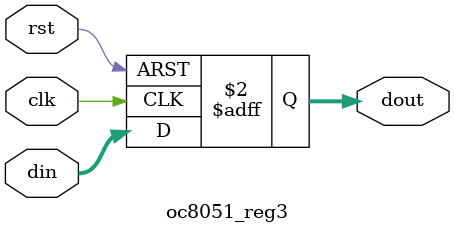
<source format=v>

`include "oc8051_timescale.v"
// synopsys translate_on


module oc8051_reg3 (clk, rst, din, dout);
input [2:0] din; input clk, rst;
output [2:0] dout;
reg [2:0] dout;

always @(posedge clk or posedge rst)
  if (rst) dout <= 3'b000;
  else dout <= #1 din;

endmodule


</source>
